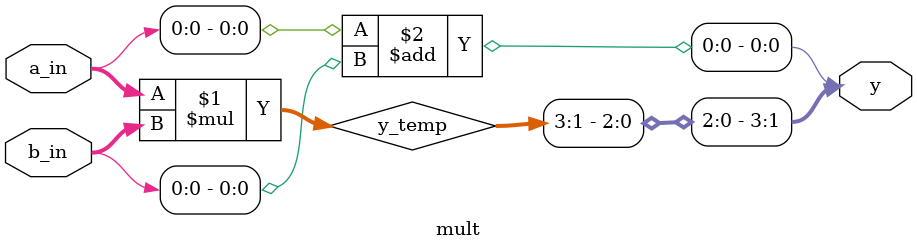
<source format=v>

module mult (a_in, b_in, y);
    parameter WIDTH = 2;
	input [WIDTH-1:0] a_in, b_in;
	output[2*WIDTH-1:0] y;
    wire [2*WIDTH-1:0] y_temp;

        // Function to be performed
        //Y = A * B;
     assign y_temp = a_in*b_in;
     assign y[2*WIDTH-1:1] = y_temp[2*WIDTH-1:1];
     assign y[0] = a_in[0]+b_in[0];
endmodule

</source>
